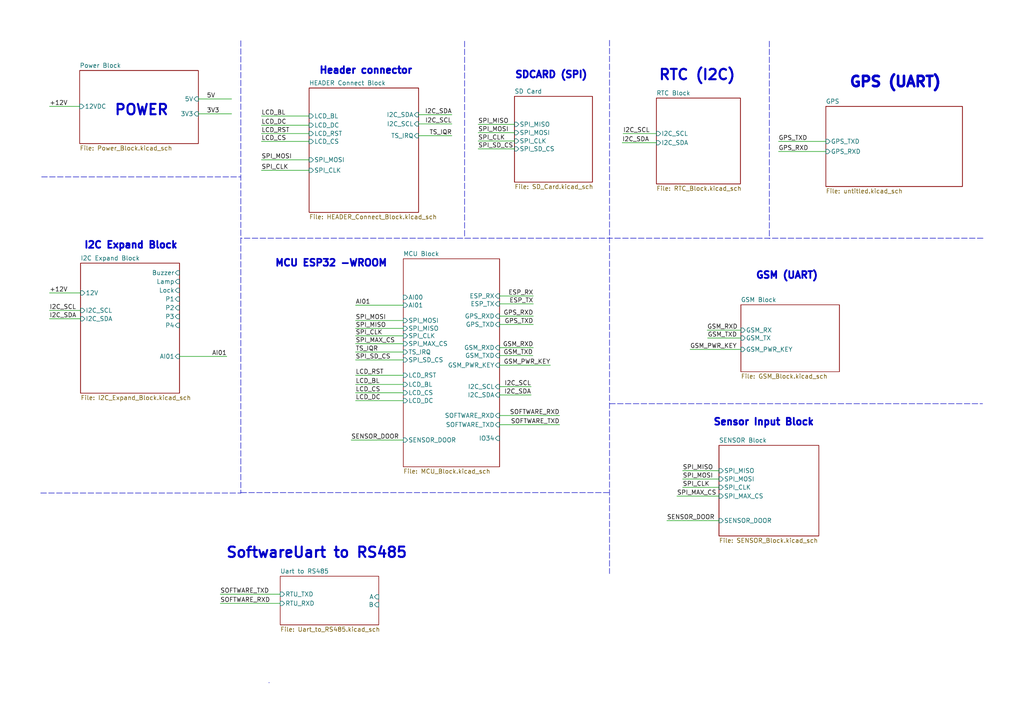
<source format=kicad_sch>
(kicad_sch (version 20230121) (generator eeschema)
  (paper "A4")
  (lib_symbols)
  (wire (pts (xy 180.467 41.402) (xy 190.373 41.402)))
  (wire (pts (xy 197.993 138.938) (xy 208.534 138.938)))
  (wire (pts (xy 103.124 99.695) (xy 116.967 99.695)))
  (wire (pts (xy 131.064 39.37) (xy 121.412 39.37)))
  (wire (pts (xy 144.907 88.138) (xy 154.686 88.138)))
  (wire (pts (xy 193.421 151.003) (xy 208.534 151.003)))
  (wire (pts (xy 144.907 91.694) (xy 154.686 91.694)))
  (wire (pts (xy 14.351 30.861) (xy 23.114 30.861)))
  (wire (pts (xy 103.124 104.394) (xy 116.967 104.394)))
  (wire (pts (xy 144.907 94.107) (xy 154.686 94.107)))
  (wire (pts (xy 144.907 120.523) (xy 162.306 120.523)))
  (wire (pts (xy 197.993 136.525) (xy 208.534 136.525)))
  (polyline (pts (xy 12.065 51.308) (xy 69.85 51.308)) (stroke (width 0) (type dash)))
  (polyline (pts (xy 69.85 142.875) (xy 78.105 142.875)) (stroke (width 0) (type dash)))
  (wire (pts (xy 214.884 95.758) (xy 205.105 95.758)))
  (wire (pts (xy 75.819 41.021) (xy 89.662 41.021)))
  (wire (pts (xy 144.907 114.554) (xy 154.051 114.554)))
  (polyline (pts (xy 176.784 11.684) (xy 176.784 166.37)) (stroke (width 0) (type dash)))
  (wire (pts (xy 144.907 103.124) (xy 154.559 103.124)))
  (wire (pts (xy 144.907 123.19) (xy 162.306 123.19)))
  (wire (pts (xy 138.684 40.894) (xy 149.225 40.894)))
  (wire (pts (xy 103.124 116.205) (xy 116.967 116.205)))
  (polyline (pts (xy 176.784 117.094) (xy 284.988 117.094)) (stroke (width 0) (type dash)))
  (wire (pts (xy 23.368 90.043) (xy 14.351 90.043)))
  (wire (pts (xy 144.907 105.918) (xy 159.639 105.918)))
  (wire (pts (xy 75.819 33.655) (xy 89.662 33.655)))
  (polyline (pts (xy 285.115 69.088) (xy 69.85 69.088)) (stroke (width 0) (type dash)))
  (wire (pts (xy 144.907 100.838) (xy 154.686 100.838)))
  (wire (pts (xy 81.28 175.006) (xy 63.881 175.006)))
  (wire (pts (xy 57.531 28.702) (xy 67.183 28.702)))
  (polyline (pts (xy 176.657 142.875) (xy 78.105 142.875)) (stroke (width 0) (type dash)))
  (wire (pts (xy 101.854 127.635) (xy 116.967 127.635)))
  (wire (pts (xy 225.806 43.942) (xy 239.522 43.942)))
  (wire (pts (xy 103.124 102.108) (xy 116.967 102.108)))
  (wire (pts (xy 138.684 38.481) (xy 149.225 38.481)))
  (wire (pts (xy 197.993 141.351) (xy 208.534 141.351)))
  (polyline (pts (xy 11.811 143.002) (xy 69.85 143.002)) (stroke (width 0) (type dash)))
  (wire (pts (xy 81.28 172.339) (xy 63.881 172.339)))
  (wire (pts (xy 65.786 103.378) (xy 52.07 103.378)))
  (wire (pts (xy 103.124 97.409) (xy 116.967 97.409)))
  (wire (pts (xy 75.819 49.403) (xy 89.662 49.403)))
  (wire (pts (xy 190.373 38.735) (xy 180.721 38.735)))
  (wire (pts (xy 200.152 101.346) (xy 214.884 101.346)))
  (wire (pts (xy 57.531 33.02) (xy 67.183 33.02)))
  (wire (pts (xy 138.684 43.18) (xy 149.225 43.18)))
  (wire (pts (xy 23.368 92.456) (xy 14.351 92.456)))
  (polyline (pts (xy 69.85 11.811) (xy 69.85 143.002)) (stroke (width 0) (type dash)))
  (wire (pts (xy 144.907 112.141) (xy 154.051 112.141)))
  (wire (pts (xy 75.819 46.355) (xy 89.662 46.355)))
  (wire (pts (xy 75.819 36.322) (xy 89.662 36.322)))
  (wire (pts (xy 103.124 113.919) (xy 116.967 113.919)))
  (wire (pts (xy 103.124 92.964) (xy 116.967 92.964)))
  (wire (pts (xy 131.064 33.274) (xy 121.412 33.274)))
  (wire (pts (xy 14.351 84.963) (xy 23.368 84.963)))
  (wire (pts (xy 103.124 88.519) (xy 116.967 88.519)))
  (wire (pts (xy 121.412 35.941) (xy 131.064 35.941)))
  (wire (pts (xy 103.124 95.25) (xy 116.967 95.25)))
  (wire (pts (xy 225.806 41.021) (xy 239.522 41.021)))
  (wire (pts (xy 196.342 143.891) (xy 208.534 143.891)))
  (polyline (pts (xy 223.139 11.938) (xy 223.139 69.215)) (stroke (width 0) (type dash)))
  (wire (pts (xy 138.684 36.068) (xy 149.225 36.068)))
  (polyline (pts (xy 77.978 197.993) (xy 78.105 197.993)))
  (wire (pts (xy 103.124 108.839) (xy 116.967 108.839)))
  (wire (pts (xy 103.124 111.506) (xy 116.967 111.506)))
  (wire (pts (xy 214.884 98.044) (xy 205.232 98.044)))
  (wire (pts (xy 75.819 38.735) (xy 89.662 38.735)))
  (polyline (pts (xy 134.747 11.938) (xy 134.747 69.088)) (stroke (width 0) (type dash)))
  (wire (pts (xy 144.907 85.852) (xy 154.686 85.852)))
  (text "Sensor Input Block" (at 206.756 123.698 0) (effects (font (size 2 2) (thickness 0.6) bold) (justify left bottom)))
  (text "Header connector" (at 92.456 21.717 0) (effects (font (size 2 2) (thickness 0.6) bold) (justify left bottom)))
  (text "GSM (UART)" (at 219.075 81.153 0) (effects (font (size 2 2) (thickness 0.6) bold) (justify left bottom)))
  (text "GPS (UART)" (at 246.126 25.654 0) (effects (font (size 3 3) (thickness 1) bold) (justify left bottom)))
  (text "POWER" (at 33.02 33.782 0) (effects (font (size 3 3) (thickness 0.6) bold) (justify left bottom)))
  (text "I2C Expand Block" (at 24.257 72.39 0) (effects (font (size 2 2) (thickness 0.6) bold) (justify left bottom)))
  (text "SDCARD (SPI)" (at 149.225 22.987 0) (effects (font (size 2 2) (thickness 0.6) bold) (justify left bottom)))
  (text "SoftwareUart to RS485" (at 65.405 162.179 0) (effects (font (size 3 3) (thickness 0.6) bold) (justify left bottom)))
  (text "RTC (I2C)" (at 190.881 23.622 0) (effects (font (size 3 3) (thickness 0.6) bold) (justify left bottom)))
  (text "MCU ESP32 -WROOM" (at 79.629 77.597 0) (effects (font (size 2 2) (thickness 0.6) bold) (justify left bottom)))
  (label "SPI_MOSI" (at 197.993 138.938 0))
  (label "GPS_RXD" (at 154.686 91.694 180))
  (label "I2C_SCL" (at 14.351 90.043 0))
  (label "LCD_RST" (at 103.124 108.839 0))
  (label "ESP_RX" (at 154.686 85.852 180))
  (label "+12V" (at 14.351 30.861 0))
  (label "SENSOR_DOOR" (at 101.854 127.635 0))
  (label "I2C_SCL" (at 180.721 38.735 0))
  (label "SPI_MISO" (at 103.124 95.25 0))
  (label "GPS_TXD" (at 154.686 94.107 180))
  (label "SPI_MOSI" (at 103.124 92.964 0))
  (label "I2C_SDA" (at 14.351 92.456 0))
  (label "SPI_MAX_CS" (at 196.342 143.891 0))
  (label "SOFTWARE_TXD" (at 162.306 123.19 180))
  (label "I2C_SDA" (at 180.467 41.402 0))
  (label "I2C_SCL" (at 131.064 35.941 180))
  (label "SPI_SD_CS" (at 138.684 43.18 0))
  (label "SPI_CLK" (at 197.993 141.351 0))
  (label "+12V" (at 14.351 84.963 0))
  (label "TS_IQR" (at 131.064 39.37 180))
  (label "SOFTWARE_TXD" (at 63.881 172.339 0))
  (label "SPI_MAX_CS" (at 103.124 99.695 0))
  (label "5V" (at 59.944 28.702 0))
  (label "GSM_TXD" (at 205.232 98.044 0))
  (label "GSM_PWR_KEY" (at 159.639 105.918 180))
  (label "SPI_MOSI" (at 75.819 46.355 0))
  (label "GSM_RXD" (at 205.105 95.758 0))
  (label "LCD_CS" (at 103.124 113.919 0))
  (label "SPI_CLK" (at 75.819 49.403 0))
  (label "GPS_TXD" (at 225.806 41.021 0))
  (label "AI01" (at 65.786 103.378 180))
  (label "TS_IQR" (at 103.124 102.108 0))
  (label "LCD_DC" (at 103.124 116.205 0))
  (label "LCD_BL" (at 103.124 111.506 0))
  (label "LCD_BL" (at 75.819 33.655 0))
  (label "SENSOR_DOOR" (at 193.421 151.003 0))
  (label "AI01" (at 103.124 88.519 0))
  (label "GSM_RXD" (at 154.686 100.838 180))
  (label "LCD_DC" (at 75.819 36.322 0))
  (label "SPI_CLK" (at 103.124 97.409 0))
  (label "LCD_CS" (at 75.819 41.021 0))
  (label "3V3" (at 59.944 33.02 0))
  (label "GSM_PWR_KEY" (at 200.152 101.346 0))
  (label "GSM_TXD" (at 154.559 103.124 180))
  (label "GPS_RXD" (at 225.806 43.942 0))
  (label "SPI_MISO" (at 138.684 36.068 0))
  (label "SOFTWARE_RXD" (at 63.881 175.006 0))
  (label "SPI_CLK" (at 138.684 40.894 0))
  (label "SPI_MISO" (at 197.993 136.525 0))
  (label "LCD_RST" (at 75.819 38.735 0))
  (label "SOFTWARE_RXD" (at 162.306 120.523 180))
  (label "I2C_SDA" (at 131.064 33.274 180))
  (label "SPI_MOSI" (at 138.684 38.481 0))
  (label "ESP_TX" (at 154.686 88.138 180))
  (label "I2C_SCL" (at 154.051 112.141 180))
  (label "SPI_SD_CS" (at 103.124 104.394 0))
  (label "I2C_SDA" (at 154.051 114.554 180))
  (sheet (at 149.225 27.94) (size 22.606 24.892) (stroke (width 0.1524))
    (property "Sheetname" "SD Card" (at 149.225 27.2284 0) (effects (justify left bottom)))
    (property "Sheetfile" "SD_Card.kicad_sch" (at 149.225 53.4166 0) (effects (justify left top)))
    (pin "SPI_MISO" input (at 149.225 36.068 180))
    (pin "SPI_MOSI" input (at 149.225 38.481 180))
    (pin "SPI_CLK" input (at 149.225 40.894 180))
    (pin "SPI_SD_CS" input (at 149.225 43.18 180))
  )
  (sheet (at 239.522 30.861) (size 39.624 23.241) (stroke (width 0.1524))
    (property "Sheetname" "GPS" (at 239.522 30.1494 0) (effects (justify left bottom)))
    (property "Sheetfile" "untitled.kicad_sch" (at 239.522 54.6866 0) (effects (justify left top)))
    (pin "GPS_TXD" input (at 239.522 41.021 180))
    (pin "GPS_RXD" input (at 239.522 43.942 180))
  )
  (sheet (at 214.884 88.392) (size 28.575 19.431) (stroke (width 0.1524))
    (property "Sheetname" "GSM Block" (at 214.884 87.6804 0) (effects (justify left bottom)))
    (property "Sheetfile" "GSM_Block.kicad_sch" (at 214.884 108.4076 0) (effects (justify left top)))
    (pin "GSM_RX" input (at 214.884 95.758 180))
    (pin "GSM_TX" input (at 214.884 98.044 180))
    (pin "GSM_PWR_KEY" input (at 214.884 101.346 180))
  )
  (sheet (at 190.373 28.448) (size 24.384 24.892) (stroke (width 0.1524))
    (property "Sheetname" "RTC Block" (at 190.373 27.7364 0) (effects (justify left bottom)))
    (property "Sheetfile" "RTC_Block.kicad_sch" (at 190.373 53.9246 0) (effects (justify left top)))
    (pin "I2C_SCL" input (at 190.373 38.735 180))
    (pin "I2C_SDA" input (at 190.373 41.402 180))
  )
  (sheet (at 81.28 167.132) (size 28.575 14.097) (stroke (width 0.1524))
    (property "Sheetname" "Uart to RS485" (at 81.28 166.4204 0) (effects (justify left bottom)))
    (property "Sheetfile" "Uart_to_RS485.kicad_sch" (at 81.28 181.8136 0) (effects (justify left top)))
    (pin "RTU_TXD" input (at 81.28 172.339 180))
    (pin "RTU_RXD" input (at 81.28 175.006 180))
    (pin "A" input (at 109.855 173.101 0))
    (pin "B" input (at 109.855 175.387 0))
  )
  (sheet (at 89.662 25.527) (size 31.75 36.068) (stroke (width 0.1524))
    (property "Sheetname" "HEADER Connect Block" (at 89.662 24.8154 0) (effects (justify left bottom)))
    (property "Sheetfile" "HEADER_Connect_Block.kicad_sch" (at 89.662 62.1796 0) (effects (justify left top)))
    (pin "LCD_CS" input (at 89.662 41.021 180))
    (pin "SPI_MOSI" input (at 89.662 46.355 180))
    (pin "SPI_CLK" input (at 89.662 49.403 180))
    (pin "I2C_SDA" input (at 121.412 33.274 0))
    (pin "I2C_SCL" input (at 121.412 35.941 0))
    (pin "TS_IRQ" input (at 121.412 39.37 0))
    (pin "LCD_RST" input (at 89.662 38.735 180))
    (pin "LCD_DC" input (at 89.662 36.322 180))
    (pin "LCD_BL" input (at 89.662 33.655 180))
  )
  (sheet (at 23.368 76.327) (size 28.702 37.719) (stroke (width 0.1524))
    (property "Sheetname" "I2C Expand Block" (at 23.368 75.6154 0) (effects (justify left bottom)))
    (property "Sheetfile" "I2C_Expand_Block.kicad_sch" (at 23.368 114.6306 0) (effects (justify left top)))
    (pin "12V" input (at 23.368 84.963 180))
    (pin "I2C_SCL" input (at 23.368 90.043 180))
    (pin "I2C_SDA" input (at 23.368 92.456 180))
    (pin "Lamp" input (at 52.07 81.661 0))
    (pin "Buzzer" input (at 52.07 79.121 0))
    (pin "P3" input (at 52.07 91.821 0))
    (pin "P4" input (at 52.07 94.361 0))
    (pin "AI01" input (at 52.07 103.378 0))
    (pin "Lock" input (at 52.07 84.201 0))
    (pin "P2" input (at 52.07 89.281 0))
    (pin "P1" input (at 52.07 86.741 0))
  )
  (sheet (at 116.967 75.057) (size 27.94 60.325) (stroke (width 0.1524))
    (property "Sheetname" "MCU Block" (at 116.967 74.3454 0) (effects (justify left bottom)))
    (property "Sheetfile" "MCU_Block.kicad_sch" (at 116.967 135.9666 0) (effects (justify left top)))
    (pin "TS_IRQ" input (at 116.967 102.108 180))
    (pin "AI01" input (at 116.967 88.519 180))
    (pin "AI00" input (at 116.967 86.233 180))
    (pin "SPI_MOSI" input (at 116.967 92.964 180))
    (pin "SPI_SD_CS" input (at 116.967 104.394 180))
    (pin "SPI_MAX_CS" input (at 116.967 99.695 180))
    (pin "SPI_MISO" input (at 116.967 95.25 180))
    (pin "SPI_CLK" input (at 116.967 97.409 180))
    (pin "LCD_RST" input (at 116.967 108.839 180))
    (pin "LCD_BL" input (at 116.967 111.506 180))
    (pin "GSM_PWR_KEY" input (at 144.907 105.918 0))
    (pin "LCD_CS" input (at 116.967 113.919 180))
    (pin "I2C_SCL" input (at 144.907 112.141 0))
    (pin "I2C_SDA" input (at 144.907 114.554 0))
    (pin "ESP_RX" input (at 144.907 85.852 0))
    (pin "ESP_TX" input (at 144.907 88.138 0))
    (pin "GPS_RXD" input (at 144.907 91.694 0))
    (pin "GSM_RXD" input (at 144.907 100.838 0))
    (pin "GSM_TXD" input (at 144.907 103.124 0))
    (pin "GPS_TXD" input (at 144.907 94.107 0))
    (pin "LCD_DC" input (at 116.967 116.205 180))
    (pin "SOFTWARE_RXD" input (at 144.907 120.523 0))
    (pin "SOFTWARE_TXD" input (at 144.907 123.19 0))
    (pin "SENSOR_DOOR" input (at 116.967 127.635 180))
    (pin "IO34" input (at 144.907 127.127 0))
  )
  (sheet (at 23.114 20.447) (size 34.417 21.209) (stroke (width 0.1524))
    (property "Sheetname" "Power Block" (at 23.114 19.7354 0) (effects (justify left bottom)))
    (property "Sheetfile" "Power_Block.kicad_sch" (at 23.114 42.2406 0) (effects (justify left top)))
    (pin "5V" input (at 57.531 28.702 0))
    (pin "3V3" input (at 57.531 33.02 0))
    (pin "12VDC" input (at 23.114 30.861 180))
  )
  (sheet (at 208.534 129.159) (size 28.956 26.289) (stroke (width 0.1524))
    (property "Sheetname" "SENSOR Block" (at 208.534 128.4474 0) (effects (justify left bottom)))
    (property "Sheetfile" "SENSOR_Block.kicad_sch" (at 208.534 156.0326 0) (effects (justify left top)))
    (pin "SPI_MISO" input (at 208.534 136.525 180))
    (pin "SPI_MOSI" input (at 208.534 138.938 180))
    (pin "SPI_CLK" input (at 208.534 141.351 180))
    (pin "SPI_MAX_CS" input (at 208.534 143.891 180))
    (pin "SENSOR_DOOR" input (at 208.534 151.003 180))
  )
)
</source>
